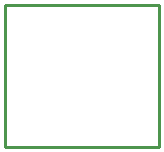
<source format=gko>
G04 ---------------------------- Layer name :KeepOutLayer*
G04 EasyEDA v5.8.22, Tue, 04 Dec 2018 17:39:39 GMT*
G04 4fbf827f123344ad86e77e575569ff78*
G04 Gerber Generator version 0.2*
G04 Scale: 100 percent, Rotated: No, Reflected: No *
G04 Dimensions in millimeters *
G04 leading zeros omitted , absolute positions ,3 integer and 3 decimal *
%FSLAX33Y33*%
%MOMM*%
G90*
G71D02*

%ADD10C,0.254000*%
G54D10*
G01X0Y11999D02*
G01X0Y0D01*
G01X12999Y0D01*
G01X12999Y11999D01*
G01X0Y11999D01*

%LPD*%
M00*
M02*

</source>
